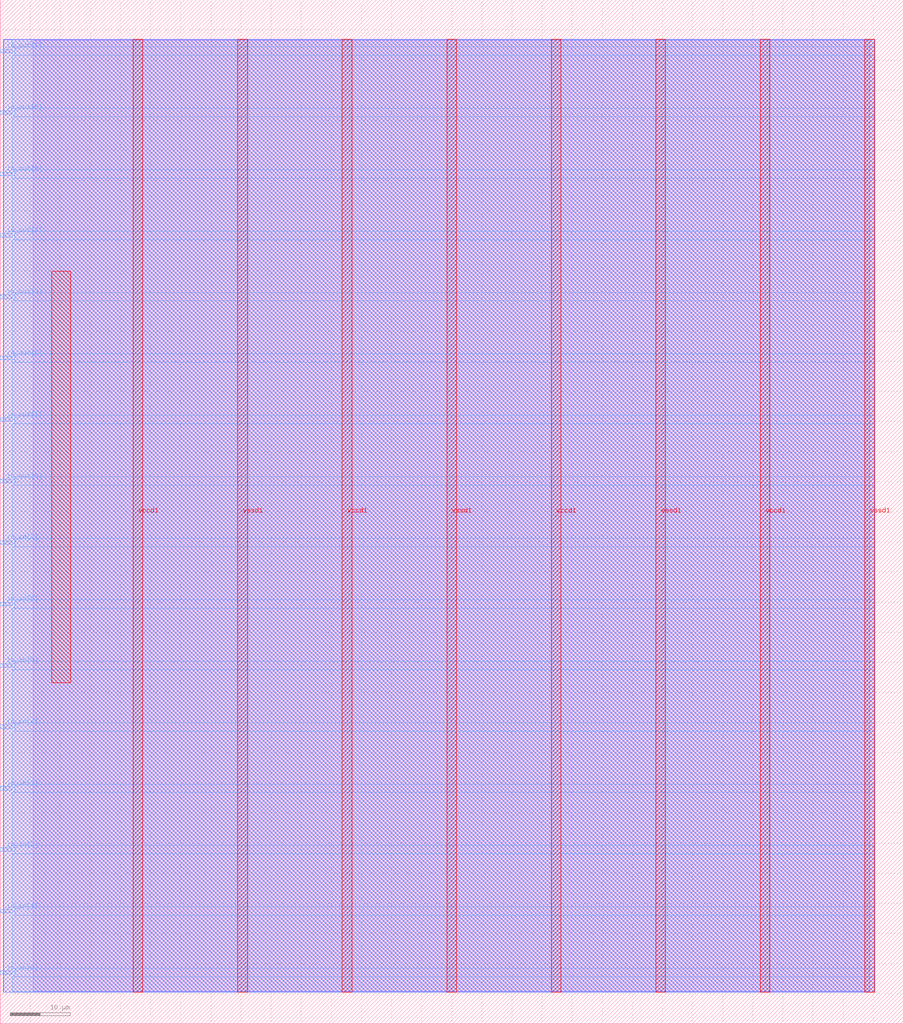
<source format=lef>
VERSION 5.7 ;
  NOWIREEXTENSIONATPIN ON ;
  DIVIDERCHAR "/" ;
  BUSBITCHARS "[]" ;
MACRO user_module_349047610915422802
  CLASS BLOCK ;
  FOREIGN user_module_349047610915422802 ;
  ORIGIN 0.000 0.000 ;
  SIZE 150.000 BY 170.000 ;
  PIN io_in[0]
    DIRECTION INPUT ;
    USE SIGNAL ;
    PORT
      LAYER met3 ;
        RECT 0.000 8.200 2.000 8.800 ;
    END
  END io_in[0]
  PIN io_in[1]
    DIRECTION INPUT ;
    USE SIGNAL ;
    PORT
      LAYER met3 ;
        RECT 0.000 18.400 2.000 19.000 ;
    END
  END io_in[1]
  PIN io_in[2]
    DIRECTION INPUT ;
    USE SIGNAL ;
    PORT
      LAYER met3 ;
        RECT 0.000 28.600 2.000 29.200 ;
    END
  END io_in[2]
  PIN io_in[3]
    DIRECTION INPUT ;
    USE SIGNAL ;
    PORT
      LAYER met3 ;
        RECT 0.000 38.800 2.000 39.400 ;
    END
  END io_in[3]
  PIN io_in[4]
    DIRECTION INPUT ;
    USE SIGNAL ;
    PORT
      LAYER met3 ;
        RECT 0.000 49.000 2.000 49.600 ;
    END
  END io_in[4]
  PIN io_in[5]
    DIRECTION INPUT ;
    USE SIGNAL ;
    PORT
      LAYER met3 ;
        RECT 0.000 59.200 2.000 59.800 ;
    END
  END io_in[5]
  PIN io_in[6]
    DIRECTION INPUT ;
    USE SIGNAL ;
    PORT
      LAYER met3 ;
        RECT 0.000 69.400 2.000 70.000 ;
    END
  END io_in[6]
  PIN io_in[7]
    DIRECTION INPUT ;
    USE SIGNAL ;
    PORT
      LAYER met3 ;
        RECT 0.000 79.600 2.000 80.200 ;
    END
  END io_in[7]
  PIN io_out[0]
    DIRECTION OUTPUT TRISTATE ;
    USE SIGNAL ;
    PORT
      LAYER met3 ;
        RECT 0.000 89.800 2.000 90.400 ;
    END
  END io_out[0]
  PIN io_out[1]
    DIRECTION OUTPUT TRISTATE ;
    USE SIGNAL ;
    PORT
      LAYER met3 ;
        RECT 0.000 100.000 2.000 100.600 ;
    END
  END io_out[1]
  PIN io_out[2]
    DIRECTION OUTPUT TRISTATE ;
    USE SIGNAL ;
    PORT
      LAYER met3 ;
        RECT 0.000 110.200 2.000 110.800 ;
    END
  END io_out[2]
  PIN io_out[3]
    DIRECTION OUTPUT TRISTATE ;
    USE SIGNAL ;
    PORT
      LAYER met3 ;
        RECT 0.000 120.400 2.000 121.000 ;
    END
  END io_out[3]
  PIN io_out[4]
    DIRECTION OUTPUT TRISTATE ;
    USE SIGNAL ;
    PORT
      LAYER met3 ;
        RECT 0.000 130.600 2.000 131.200 ;
    END
  END io_out[4]
  PIN io_out[5]
    DIRECTION OUTPUT TRISTATE ;
    USE SIGNAL ;
    PORT
      LAYER met3 ;
        RECT 0.000 140.800 2.000 141.400 ;
    END
  END io_out[5]
  PIN io_out[6]
    DIRECTION OUTPUT TRISTATE ;
    USE SIGNAL ;
    PORT
      LAYER met3 ;
        RECT 0.000 151.000 2.000 151.600 ;
    END
  END io_out[6]
  PIN io_out[7]
    DIRECTION OUTPUT TRISTATE ;
    USE SIGNAL ;
    PORT
      LAYER met3 ;
        RECT 0.000 161.200 2.000 161.800 ;
    END
  END io_out[7]
  PIN vccd1
    DIRECTION INOUT ;
    USE POWER ;
    PORT
      LAYER met4 ;
        RECT 22.085 5.200 23.685 163.440 ;
    END
    PORT
      LAYER met4 ;
        RECT 56.815 5.200 58.415 163.440 ;
    END
    PORT
      LAYER met4 ;
        RECT 91.545 5.200 93.145 163.440 ;
    END
    PORT
      LAYER met4 ;
        RECT 126.275 5.200 127.875 163.440 ;
    END
  END vccd1
  PIN vssd1
    DIRECTION INOUT ;
    USE GROUND ;
    PORT
      LAYER met4 ;
        RECT 39.450 5.200 41.050 163.440 ;
    END
    PORT
      LAYER met4 ;
        RECT 74.180 5.200 75.780 163.440 ;
    END
    PORT
      LAYER met4 ;
        RECT 108.910 5.200 110.510 163.440 ;
    END
    PORT
      LAYER met4 ;
        RECT 143.640 5.200 145.240 163.440 ;
    END
  END vssd1
  OBS
      LAYER li1 ;
        RECT 5.520 5.355 144.440 163.285 ;
      LAYER met1 ;
        RECT 0.530 5.200 145.240 163.440 ;
      LAYER met2 ;
        RECT 0.560 5.255 145.210 163.385 ;
      LAYER met3 ;
        RECT 2.000 162.200 145.230 163.365 ;
        RECT 2.400 160.800 145.230 162.200 ;
        RECT 2.000 152.000 145.230 160.800 ;
        RECT 2.400 150.600 145.230 152.000 ;
        RECT 2.000 141.800 145.230 150.600 ;
        RECT 2.400 140.400 145.230 141.800 ;
        RECT 2.000 131.600 145.230 140.400 ;
        RECT 2.400 130.200 145.230 131.600 ;
        RECT 2.000 121.400 145.230 130.200 ;
        RECT 2.400 120.000 145.230 121.400 ;
        RECT 2.000 111.200 145.230 120.000 ;
        RECT 2.400 109.800 145.230 111.200 ;
        RECT 2.000 101.000 145.230 109.800 ;
        RECT 2.400 99.600 145.230 101.000 ;
        RECT 2.000 90.800 145.230 99.600 ;
        RECT 2.400 89.400 145.230 90.800 ;
        RECT 2.000 80.600 145.230 89.400 ;
        RECT 2.400 79.200 145.230 80.600 ;
        RECT 2.000 70.400 145.230 79.200 ;
        RECT 2.400 69.000 145.230 70.400 ;
        RECT 2.000 60.200 145.230 69.000 ;
        RECT 2.400 58.800 145.230 60.200 ;
        RECT 2.000 50.000 145.230 58.800 ;
        RECT 2.400 48.600 145.230 50.000 ;
        RECT 2.000 39.800 145.230 48.600 ;
        RECT 2.400 38.400 145.230 39.800 ;
        RECT 2.000 29.600 145.230 38.400 ;
        RECT 2.400 28.200 145.230 29.600 ;
        RECT 2.000 19.400 145.230 28.200 ;
        RECT 2.400 18.000 145.230 19.400 ;
        RECT 2.000 9.200 145.230 18.000 ;
        RECT 2.400 7.800 145.230 9.200 ;
        RECT 2.000 5.275 145.230 7.800 ;
      LAYER met4 ;
        RECT 8.575 56.615 11.665 124.945 ;
  END
END user_module_349047610915422802
END LIBRARY


</source>
